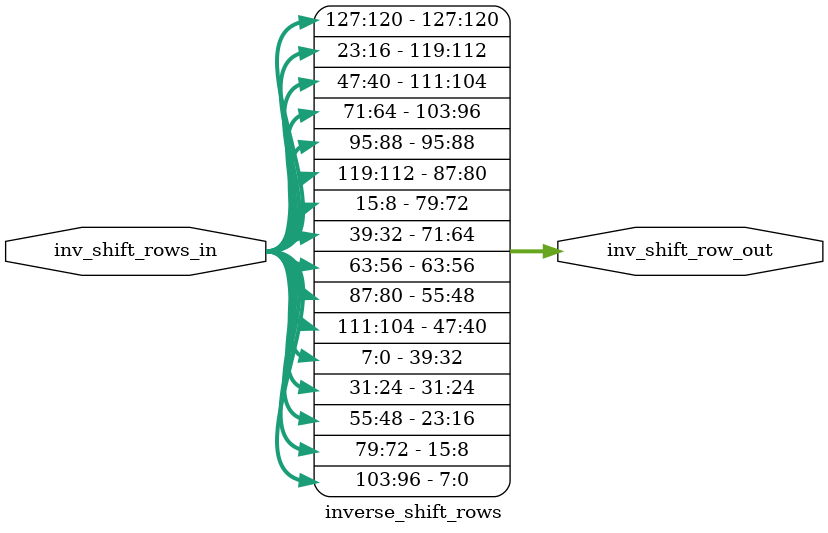
<source format=v>
`timescale 1ns / 1ps

module inverse_shift_rows(
                            input [127:0] inv_shift_rows_in,
                            output [127:0] inv_shift_row_out
                            );
    
    begin
// row 0         
assign {inv_shift_row_out[127:120],inv_shift_row_out[95:88],inv_shift_row_out[63:56],inv_shift_row_out[31:24]} = 
       {inv_shift_rows_in[127:120],inv_shift_rows_in[95:88],inv_shift_rows_in[63:56],inv_shift_rows_in[31:24]};
// row 1
assign {inv_shift_row_out[119:112],inv_shift_row_out[87:80],inv_shift_row_out[55:48],inv_shift_row_out[23:16]} =
       {inv_shift_rows_in[23:16],inv_shift_rows_in[119:112],inv_shift_rows_in[87:80],inv_shift_rows_in[55:48]};
// row 2   
assign {inv_shift_row_out[111:104],inv_shift_row_out[79:72],inv_shift_row_out[47:40],inv_shift_row_out[15:8]}  = 
       {inv_shift_rows_in[47:40],inv_shift_rows_in[15:8],inv_shift_rows_in[111:104],inv_shift_rows_in[79:72]};
// row 3  
 assign {inv_shift_row_out[103:96],inv_shift_row_out[71:64],inv_shift_row_out[39:32],inv_shift_row_out[7:0]}   = 
        {inv_shift_rows_in[71:64],inv_shift_rows_in[39:32],inv_shift_rows_in[7:0],inv_shift_rows_in[103:96]};   
end
endmodule

</source>
